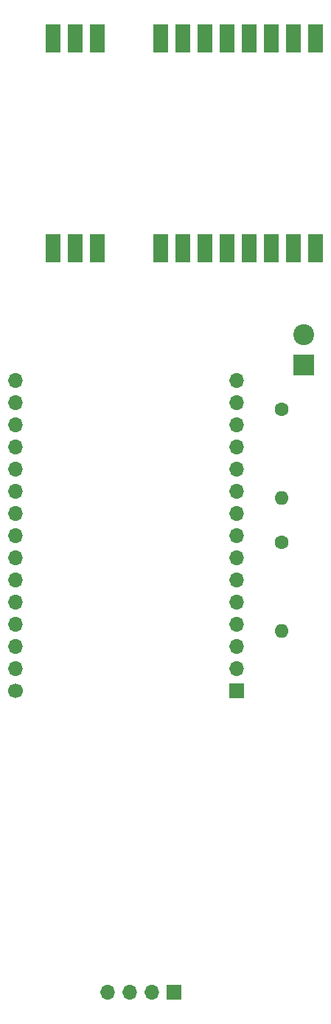
<source format=gbr>
%TF.GenerationSoftware,KiCad,Pcbnew,(6.0.5-0)*%
%TF.CreationDate,2022-05-19T17:28:56-04:00*%
%TF.ProjectId,test_project,74657374-5f70-4726-9f6a-6563742e6b69,rev?*%
%TF.SameCoordinates,Original*%
%TF.FileFunction,Soldermask,Top*%
%TF.FilePolarity,Negative*%
%FSLAX46Y46*%
G04 Gerber Fmt 4.6, Leading zero omitted, Abs format (unit mm)*
G04 Created by KiCad (PCBNEW (6.0.5-0)) date 2022-05-19 17:28:56*
%MOMM*%
%LPD*%
G01*
G04 APERTURE LIST*
%ADD10R,1.800000X3.200000*%
%ADD11C,1.600000*%
%ADD12O,1.600000X1.600000*%
%ADD13R,1.700000X1.700000*%
%ADD14O,1.700000X1.700000*%
%ADD15C,1.700000*%
%ADD16R,2.400000X2.400000*%
%ADD17C,2.400000*%
G04 APERTURE END LIST*
D10*
%TO.C,U2*%
X113424000Y-57720000D03*
X115964000Y-57720000D03*
X118504000Y-57720000D03*
X125804000Y-57720000D03*
X128344000Y-57720000D03*
X130884000Y-57720000D03*
X133424000Y-57720000D03*
X135964000Y-57720000D03*
X138504000Y-57720000D03*
X141044000Y-57720000D03*
X143584000Y-57720000D03*
X143584000Y-33720000D03*
X141044000Y-33720000D03*
X138504000Y-33720000D03*
X135964000Y-33720000D03*
X133424000Y-33720000D03*
X130884000Y-33720000D03*
X128344000Y-33720000D03*
X125804000Y-33720000D03*
X118504000Y-33720000D03*
X115964000Y-33720000D03*
X113424000Y-33720000D03*
%TD*%
D11*
%TO.C,R2*%
X139700000Y-76200000D03*
D12*
X139700000Y-86360000D03*
%TD*%
D13*
%TO.C,U1*%
X134507500Y-108492500D03*
D14*
X134507500Y-105952500D03*
X134507500Y-103412500D03*
X134507500Y-100872500D03*
X134507500Y-98332500D03*
X134507500Y-95792500D03*
X134507500Y-93252500D03*
X134507500Y-90712500D03*
X134507500Y-88172500D03*
X134507500Y-85632500D03*
X134507500Y-83092500D03*
X134507500Y-80552500D03*
X134507500Y-78012500D03*
X134507500Y-75472500D03*
X134507500Y-72932500D03*
X109107500Y-72932500D03*
X109107500Y-75472500D03*
X109107500Y-78012500D03*
X109107500Y-80552500D03*
X109107500Y-83092500D03*
X109107500Y-85632500D03*
X109107500Y-88172500D03*
X109107500Y-90712500D03*
X109107500Y-93252500D03*
X109107500Y-95792500D03*
X109107500Y-98332500D03*
X109107500Y-100872500D03*
X109107500Y-103412500D03*
X109107500Y-105952500D03*
D15*
X109107500Y-108492500D03*
%TD*%
D11*
%TO.C,R1*%
X139700000Y-91440000D03*
D12*
X139700000Y-101600000D03*
%TD*%
D13*
%TO.C,U3*%
X127360000Y-143010000D03*
D14*
X124820000Y-143010000D03*
X122280000Y-143010000D03*
X119740000Y-143010000D03*
%TD*%
D16*
%TO.C,J1*%
X142240000Y-71120000D03*
D17*
X142240000Y-67620000D03*
%TD*%
M02*

</source>
